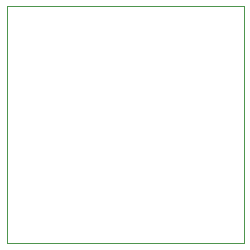
<source format=gbr>
G04 #@! TF.GenerationSoftware,KiCad,Pcbnew,(5.99.0-11522-g728b160719)*
G04 #@! TF.CreationDate,2021-08-02T20:33:24+10:00*
G04 #@! TF.ProjectId,DC-DC,44432d44-432e-46b6-9963-61645f706362,0.2*
G04 #@! TF.SameCoordinates,Original*
G04 #@! TF.FileFunction,Legend,Bot*
G04 #@! TF.FilePolarity,Positive*
%FSLAX46Y46*%
G04 Gerber Fmt 4.6, Leading zero omitted, Abs format (unit mm)*
G04 Created by KiCad (PCBNEW (5.99.0-11522-g728b160719)) date 2021-08-02 20:33:24*
%MOMM*%
%LPD*%
G01*
G04 APERTURE LIST*
G04 #@! TA.AperFunction,Profile*
%ADD10C,0.100000*%
G04 #@! TD*
G04 APERTURE END LIST*
D10*
X109474000Y-73152000D02*
X89408000Y-73152000D01*
X89408000Y-73152000D02*
X89408000Y-53086000D01*
X89408000Y-53086000D02*
X109474000Y-53086000D01*
X109474000Y-53086000D02*
X109474000Y-73152000D01*
M02*

</source>
